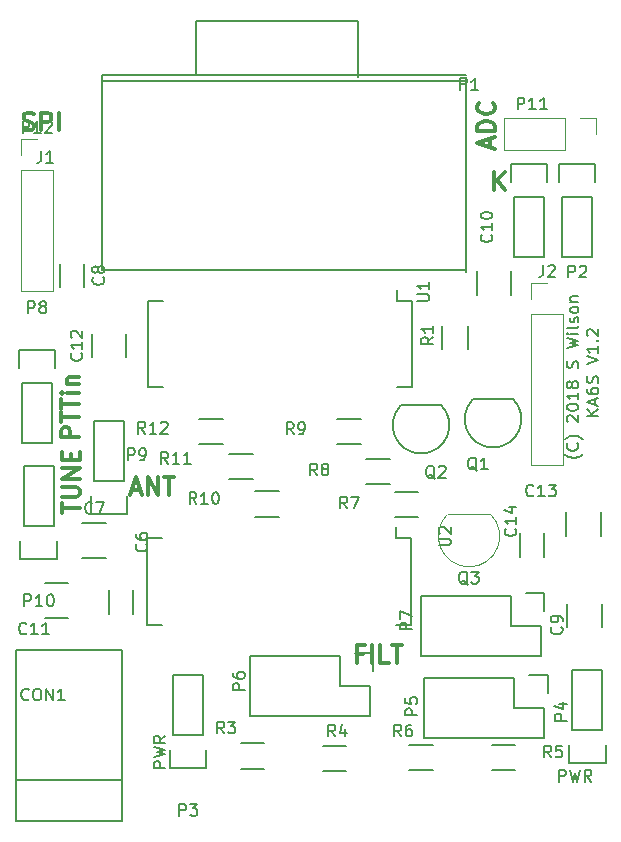
<source format=gto>
G04 #@! TF.GenerationSoftware,KiCad,Pcbnew,(2017-09-22 revision df472e6)-master*
G04 #@! TF.CreationDate,2018-05-20T18:50:23-07:00*
G04 #@! TF.ProjectId,ody_adap,6F64795F616461702E6B696361645F70,rev?*
G04 #@! TF.SameCoordinates,Original*
G04 #@! TF.FileFunction,Legend,Top*
G04 #@! TF.FilePolarity,Positive*
%FSLAX46Y46*%
G04 Gerber Fmt 4.6, Leading zero omitted, Abs format (unit mm)*
G04 Created by KiCad (PCBNEW (2017-09-22 revision df472e6)-master) date Sun May 20 18:50:23 2018*
%MOMM*%
%LPD*%
G01*
G04 APERTURE LIST*
%ADD10C,0.300000*%
%ADD11C,0.200000*%
%ADD12C,0.150000*%
%ADD13C,0.120000*%
G04 APERTURE END LIST*
D10*
X116485714Y-99450000D02*
X117200000Y-99450000D01*
X116342857Y-99878571D02*
X116842857Y-98378571D01*
X117342857Y-99878571D01*
X117842857Y-99878571D02*
X117842857Y-98378571D01*
X118700000Y-99878571D01*
X118700000Y-98378571D01*
X119200000Y-98378571D02*
X120057142Y-98378571D01*
X119628571Y-99878571D02*
X119628571Y-98378571D01*
D11*
X154669333Y-96463619D02*
X154621714Y-96511238D01*
X154478857Y-96606476D01*
X154383619Y-96654095D01*
X154240761Y-96701714D01*
X154002666Y-96749333D01*
X153812190Y-96749333D01*
X153574095Y-96701714D01*
X153431238Y-96654095D01*
X153336000Y-96606476D01*
X153193142Y-96511238D01*
X153145523Y-96463619D01*
X154193142Y-95511238D02*
X154240761Y-95558857D01*
X154288380Y-95701714D01*
X154288380Y-95796952D01*
X154240761Y-95939809D01*
X154145523Y-96035047D01*
X154050285Y-96082666D01*
X153859809Y-96130285D01*
X153716952Y-96130285D01*
X153526476Y-96082666D01*
X153431238Y-96035047D01*
X153336000Y-95939809D01*
X153288380Y-95796952D01*
X153288380Y-95701714D01*
X153336000Y-95558857D01*
X153383619Y-95511238D01*
X154669333Y-95177904D02*
X154621714Y-95130285D01*
X154478857Y-95035047D01*
X154383619Y-94987428D01*
X154240761Y-94939809D01*
X154002666Y-94892190D01*
X153812190Y-94892190D01*
X153574095Y-94939809D01*
X153431238Y-94987428D01*
X153336000Y-95035047D01*
X153193142Y-95130285D01*
X153145523Y-95177904D01*
X153383619Y-93701714D02*
X153336000Y-93654095D01*
X153288380Y-93558857D01*
X153288380Y-93320761D01*
X153336000Y-93225523D01*
X153383619Y-93177904D01*
X153478857Y-93130285D01*
X153574095Y-93130285D01*
X153716952Y-93177904D01*
X154288380Y-93749333D01*
X154288380Y-93130285D01*
X153288380Y-92511238D02*
X153288380Y-92416000D01*
X153336000Y-92320761D01*
X153383619Y-92273142D01*
X153478857Y-92225523D01*
X153669333Y-92177904D01*
X153907428Y-92177904D01*
X154097904Y-92225523D01*
X154193142Y-92273142D01*
X154240761Y-92320761D01*
X154288380Y-92416000D01*
X154288380Y-92511238D01*
X154240761Y-92606476D01*
X154193142Y-92654095D01*
X154097904Y-92701714D01*
X153907428Y-92749333D01*
X153669333Y-92749333D01*
X153478857Y-92701714D01*
X153383619Y-92654095D01*
X153336000Y-92606476D01*
X153288380Y-92511238D01*
X154288380Y-91225523D02*
X154288380Y-91796952D01*
X154288380Y-91511238D02*
X153288380Y-91511238D01*
X153431238Y-91606476D01*
X153526476Y-91701714D01*
X153574095Y-91796952D01*
X153716952Y-90654095D02*
X153669333Y-90749333D01*
X153621714Y-90796952D01*
X153526476Y-90844571D01*
X153478857Y-90844571D01*
X153383619Y-90796952D01*
X153336000Y-90749333D01*
X153288380Y-90654095D01*
X153288380Y-90463619D01*
X153336000Y-90368380D01*
X153383619Y-90320761D01*
X153478857Y-90273142D01*
X153526476Y-90273142D01*
X153621714Y-90320761D01*
X153669333Y-90368380D01*
X153716952Y-90463619D01*
X153716952Y-90654095D01*
X153764571Y-90749333D01*
X153812190Y-90796952D01*
X153907428Y-90844571D01*
X154097904Y-90844571D01*
X154193142Y-90796952D01*
X154240761Y-90749333D01*
X154288380Y-90654095D01*
X154288380Y-90463619D01*
X154240761Y-90368380D01*
X154193142Y-90320761D01*
X154097904Y-90273142D01*
X153907428Y-90273142D01*
X153812190Y-90320761D01*
X153764571Y-90368380D01*
X153716952Y-90463619D01*
X154240761Y-89130285D02*
X154288380Y-88987428D01*
X154288380Y-88749333D01*
X154240761Y-88654095D01*
X154193142Y-88606476D01*
X154097904Y-88558857D01*
X154002666Y-88558857D01*
X153907428Y-88606476D01*
X153859809Y-88654095D01*
X153812190Y-88749333D01*
X153764571Y-88939809D01*
X153716952Y-89035047D01*
X153669333Y-89082666D01*
X153574095Y-89130285D01*
X153478857Y-89130285D01*
X153383619Y-89082666D01*
X153336000Y-89035047D01*
X153288380Y-88939809D01*
X153288380Y-88701714D01*
X153336000Y-88558857D01*
X153288380Y-87463619D02*
X154288380Y-87225523D01*
X153574095Y-87035047D01*
X154288380Y-86844571D01*
X153288380Y-86606476D01*
X154288380Y-86225523D02*
X153621714Y-86225523D01*
X153288380Y-86225523D02*
X153336000Y-86273142D01*
X153383619Y-86225523D01*
X153336000Y-86177904D01*
X153288380Y-86225523D01*
X153383619Y-86225523D01*
X154288380Y-85606476D02*
X154240761Y-85701714D01*
X154145523Y-85749333D01*
X153288380Y-85749333D01*
X154240761Y-85273142D02*
X154288380Y-85177904D01*
X154288380Y-84987428D01*
X154240761Y-84892190D01*
X154145523Y-84844571D01*
X154097904Y-84844571D01*
X154002666Y-84892190D01*
X153955047Y-84987428D01*
X153955047Y-85130285D01*
X153907428Y-85225523D01*
X153812190Y-85273142D01*
X153764571Y-85273142D01*
X153669333Y-85225523D01*
X153621714Y-85130285D01*
X153621714Y-84987428D01*
X153669333Y-84892190D01*
X154288380Y-84273142D02*
X154240761Y-84368380D01*
X154193142Y-84416000D01*
X154097904Y-84463619D01*
X153812190Y-84463619D01*
X153716952Y-84416000D01*
X153669333Y-84368380D01*
X153621714Y-84273142D01*
X153621714Y-84130285D01*
X153669333Y-84035047D01*
X153716952Y-83987428D01*
X153812190Y-83939809D01*
X154097904Y-83939809D01*
X154193142Y-83987428D01*
X154240761Y-84035047D01*
X154288380Y-84130285D01*
X154288380Y-84273142D01*
X153621714Y-83511238D02*
X154288380Y-83511238D01*
X153716952Y-83511238D02*
X153669333Y-83463619D01*
X153621714Y-83368380D01*
X153621714Y-83225523D01*
X153669333Y-83130285D01*
X153764571Y-83082666D01*
X154288380Y-83082666D01*
X155988380Y-93177904D02*
X154988380Y-93177904D01*
X155988380Y-92606476D02*
X155416952Y-93035047D01*
X154988380Y-92606476D02*
X155559809Y-93177904D01*
X155702666Y-92225523D02*
X155702666Y-91749333D01*
X155988380Y-92320761D02*
X154988380Y-91987428D01*
X155988380Y-91654095D01*
X154988380Y-90892190D02*
X154988380Y-91082666D01*
X155036000Y-91177904D01*
X155083619Y-91225523D01*
X155226476Y-91320761D01*
X155416952Y-91368380D01*
X155797904Y-91368380D01*
X155893142Y-91320761D01*
X155940761Y-91273142D01*
X155988380Y-91177904D01*
X155988380Y-90987428D01*
X155940761Y-90892190D01*
X155893142Y-90844571D01*
X155797904Y-90796952D01*
X155559809Y-90796952D01*
X155464571Y-90844571D01*
X155416952Y-90892190D01*
X155369333Y-90987428D01*
X155369333Y-91177904D01*
X155416952Y-91273142D01*
X155464571Y-91320761D01*
X155559809Y-91368380D01*
X155940761Y-90416000D02*
X155988380Y-90273142D01*
X155988380Y-90035047D01*
X155940761Y-89939809D01*
X155893142Y-89892190D01*
X155797904Y-89844571D01*
X155702666Y-89844571D01*
X155607428Y-89892190D01*
X155559809Y-89939809D01*
X155512190Y-90035047D01*
X155464571Y-90225523D01*
X155416952Y-90320761D01*
X155369333Y-90368380D01*
X155274095Y-90416000D01*
X155178857Y-90416000D01*
X155083619Y-90368380D01*
X155036000Y-90320761D01*
X154988380Y-90225523D01*
X154988380Y-89987428D01*
X155036000Y-89844571D01*
X154988380Y-88796952D02*
X155988380Y-88463619D01*
X154988380Y-88130285D01*
X155988380Y-87273142D02*
X155988380Y-87844571D01*
X155988380Y-87558857D02*
X154988380Y-87558857D01*
X155131238Y-87654095D01*
X155226476Y-87749333D01*
X155274095Y-87844571D01*
X155893142Y-86844571D02*
X155940761Y-86796952D01*
X155988380Y-86844571D01*
X155940761Y-86892190D01*
X155893142Y-86844571D01*
X155988380Y-86844571D01*
X155083619Y-86416000D02*
X155036000Y-86368380D01*
X154988380Y-86273142D01*
X154988380Y-86035047D01*
X155036000Y-85939809D01*
X155083619Y-85892190D01*
X155178857Y-85844571D01*
X155274095Y-85844571D01*
X155416952Y-85892190D01*
X155988380Y-86463619D01*
X155988380Y-85844571D01*
D10*
X110578571Y-101428571D02*
X110578571Y-100571428D01*
X112078571Y-101000000D02*
X110578571Y-101000000D01*
X110578571Y-100071428D02*
X111792857Y-100071428D01*
X111935714Y-100000000D01*
X112007142Y-99928571D01*
X112078571Y-99785714D01*
X112078571Y-99500000D01*
X112007142Y-99357142D01*
X111935714Y-99285714D01*
X111792857Y-99214285D01*
X110578571Y-99214285D01*
X112078571Y-98500000D02*
X110578571Y-98500000D01*
X112078571Y-97642857D01*
X110578571Y-97642857D01*
X111292857Y-96928571D02*
X111292857Y-96428571D01*
X112078571Y-96214285D02*
X112078571Y-96928571D01*
X110578571Y-96928571D01*
X110578571Y-96214285D01*
X111978571Y-95021428D02*
X110478571Y-95021428D01*
X110478571Y-94450000D01*
X110550000Y-94307142D01*
X110621428Y-94235714D01*
X110764285Y-94164285D01*
X110978571Y-94164285D01*
X111121428Y-94235714D01*
X111192857Y-94307142D01*
X111264285Y-94450000D01*
X111264285Y-95021428D01*
X110478571Y-93735714D02*
X110478571Y-92878571D01*
X111978571Y-93307142D02*
X110478571Y-93307142D01*
X110478571Y-92592857D02*
X110478571Y-91735714D01*
X111978571Y-92164285D02*
X110478571Y-92164285D01*
X111978571Y-91235714D02*
X110978571Y-91235714D01*
X110478571Y-91235714D02*
X110550000Y-91307142D01*
X110621428Y-91235714D01*
X110550000Y-91164285D01*
X110478571Y-91235714D01*
X110621428Y-91235714D01*
X110978571Y-90521428D02*
X111978571Y-90521428D01*
X111121428Y-90521428D02*
X111050000Y-90450000D01*
X110978571Y-90307142D01*
X110978571Y-90092857D01*
X111050000Y-89950000D01*
X111192857Y-89878571D01*
X111978571Y-89878571D01*
X136028571Y-113342857D02*
X135528571Y-113342857D01*
X135528571Y-114128571D02*
X135528571Y-112628571D01*
X136242857Y-112628571D01*
X136814285Y-114128571D02*
X136814285Y-112628571D01*
X138242857Y-114128571D02*
X137528571Y-114128571D01*
X137528571Y-112628571D01*
X138528571Y-112628571D02*
X139385714Y-112628571D01*
X138957142Y-114128571D02*
X138957142Y-112628571D01*
X147181142Y-74084571D02*
X147181142Y-72584571D01*
X148038285Y-74084571D02*
X147395428Y-73227428D01*
X148038285Y-72584571D02*
X147181142Y-73441714D01*
X146808000Y-70437142D02*
X146808000Y-69722857D01*
X147236571Y-70580000D02*
X145736571Y-70080000D01*
X147236571Y-69580000D01*
X147236571Y-69080000D02*
X145736571Y-69080000D01*
X145736571Y-68722857D01*
X145808000Y-68508571D01*
X145950857Y-68365714D01*
X146093714Y-68294285D01*
X146379428Y-68222857D01*
X146593714Y-68222857D01*
X146879428Y-68294285D01*
X147022285Y-68365714D01*
X147165142Y-68508571D01*
X147236571Y-68722857D01*
X147236571Y-69080000D01*
X147093714Y-66722857D02*
X147165142Y-66794285D01*
X147236571Y-67008571D01*
X147236571Y-67151428D01*
X147165142Y-67365714D01*
X147022285Y-67508571D01*
X146879428Y-67580000D01*
X146593714Y-67651428D01*
X146379428Y-67651428D01*
X146093714Y-67580000D01*
X145950857Y-67508571D01*
X145808000Y-67365714D01*
X145736571Y-67151428D01*
X145736571Y-67008571D01*
X145808000Y-66794285D01*
X145879428Y-66722857D01*
D11*
X152666666Y-124152380D02*
X152666666Y-123152380D01*
X153047619Y-123152380D01*
X153142857Y-123200000D01*
X153190476Y-123247619D01*
X153238095Y-123342857D01*
X153238095Y-123485714D01*
X153190476Y-123580952D01*
X153142857Y-123628571D01*
X153047619Y-123676190D01*
X152666666Y-123676190D01*
X153571428Y-123152380D02*
X153809523Y-124152380D01*
X154000000Y-123438095D01*
X154190476Y-124152380D01*
X154428571Y-123152380D01*
X155380952Y-124152380D02*
X155047619Y-123676190D01*
X154809523Y-124152380D02*
X154809523Y-123152380D01*
X155190476Y-123152380D01*
X155285714Y-123200000D01*
X155333333Y-123247619D01*
X155380952Y-123342857D01*
X155380952Y-123485714D01*
X155333333Y-123580952D01*
X155285714Y-123628571D01*
X155190476Y-123676190D01*
X154809523Y-123676190D01*
X119324380Y-122999333D02*
X118324380Y-122999333D01*
X118324380Y-122618380D01*
X118372000Y-122523142D01*
X118419619Y-122475523D01*
X118514857Y-122427904D01*
X118657714Y-122427904D01*
X118752952Y-122475523D01*
X118800571Y-122523142D01*
X118848190Y-122618380D01*
X118848190Y-122999333D01*
X118324380Y-122094571D02*
X119324380Y-121856476D01*
X118610095Y-121666000D01*
X119324380Y-121475523D01*
X118324380Y-121237428D01*
X119324380Y-120285047D02*
X118848190Y-120618380D01*
X119324380Y-120856476D02*
X118324380Y-120856476D01*
X118324380Y-120475523D01*
X118372000Y-120380285D01*
X118419619Y-120332666D01*
X118514857Y-120285047D01*
X118657714Y-120285047D01*
X118752952Y-120332666D01*
X118800571Y-120380285D01*
X118848190Y-120475523D01*
X118848190Y-120856476D01*
D10*
X107314285Y-68957142D02*
X107528571Y-69028571D01*
X107885714Y-69028571D01*
X108028571Y-68957142D01*
X108100000Y-68885714D01*
X108171428Y-68742857D01*
X108171428Y-68600000D01*
X108100000Y-68457142D01*
X108028571Y-68385714D01*
X107885714Y-68314285D01*
X107600000Y-68242857D01*
X107457142Y-68171428D01*
X107385714Y-68100000D01*
X107314285Y-67957142D01*
X107314285Y-67814285D01*
X107385714Y-67671428D01*
X107457142Y-67600000D01*
X107600000Y-67528571D01*
X107957142Y-67528571D01*
X108171428Y-67600000D01*
X108814285Y-69028571D02*
X108814285Y-67528571D01*
X109385714Y-67528571D01*
X109528571Y-67600000D01*
X109600000Y-67671428D01*
X109671428Y-67814285D01*
X109671428Y-68028571D01*
X109600000Y-68171428D01*
X109528571Y-68242857D01*
X109385714Y-68314285D01*
X108814285Y-68314285D01*
X110314285Y-69028571D02*
X110314285Y-67528571D01*
D12*
X113987000Y-64365000D02*
X144797000Y-64365000D01*
X113987000Y-80875000D02*
X144797000Y-80875000D01*
X144782000Y-64475000D02*
X144782000Y-81015000D01*
X113942000Y-64355000D02*
X113942000Y-80735000D01*
X135622000Y-64245000D02*
X135622000Y-64475000D01*
X135622000Y-59775000D02*
X135622000Y-64245000D01*
X121932000Y-59775000D02*
X135622000Y-59775000D01*
X121932000Y-64245000D02*
X121932000Y-59775000D01*
X113942000Y-64865000D02*
X144732000Y-64865000D01*
X148950000Y-123175000D02*
X146950000Y-123175000D01*
X146950000Y-121025000D02*
X148950000Y-121025000D01*
X109100000Y-110325000D02*
X111100000Y-110325000D01*
X111100000Y-107375000D02*
X109100000Y-107375000D01*
X114300000Y-102275000D02*
X112300000Y-102275000D01*
X112300000Y-105225000D02*
X114300000Y-105225000D01*
X112425000Y-82300000D02*
X112425000Y-80300000D01*
X110375000Y-80300000D02*
X110375000Y-82300000D01*
X156275000Y-111100000D02*
X156275000Y-109100000D01*
X153325000Y-109100000D02*
X153325000Y-111100000D01*
X145675000Y-80950000D02*
X145675000Y-82950000D01*
X148625000Y-82950000D02*
X148625000Y-80950000D01*
X116575000Y-109950000D02*
X116575000Y-107950000D01*
X114525000Y-107950000D02*
X114525000Y-109950000D01*
X116025000Y-88250000D02*
X116025000Y-86250000D01*
X113075000Y-86250000D02*
X113075000Y-88250000D01*
X156175000Y-103350000D02*
X156175000Y-101350000D01*
X153225000Y-101350000D02*
X153225000Y-103350000D01*
X151375000Y-105150000D02*
X151375000Y-103150000D01*
X149325000Y-103150000D02*
X149325000Y-105150000D01*
X106649120Y-124000500D02*
X115650880Y-124000500D01*
X106649120Y-127500620D02*
X115650880Y-127500620D01*
X115650880Y-127500620D02*
X115650880Y-112999760D01*
X115650880Y-112999760D02*
X106649120Y-112999760D01*
X106649120Y-112999760D02*
X106649120Y-127500620D01*
X148564000Y-71856000D02*
X151664000Y-71856000D01*
X148564000Y-73406000D02*
X148564000Y-71856000D01*
X151384000Y-74676000D02*
X148844000Y-74676000D01*
X151664000Y-71856000D02*
X151664000Y-73406000D01*
X151384000Y-79756000D02*
X151384000Y-74676000D01*
X148844000Y-79756000D02*
X151384000Y-79756000D01*
X148844000Y-74676000D02*
X148844000Y-79756000D01*
X152908000Y-74676000D02*
X152908000Y-79756000D01*
X152908000Y-79756000D02*
X155448000Y-79756000D01*
X155448000Y-79756000D02*
X155448000Y-74676000D01*
X155728000Y-71856000D02*
X155728000Y-73406000D01*
X155448000Y-74676000D02*
X152908000Y-74676000D01*
X152628000Y-73406000D02*
X152628000Y-71856000D01*
X152628000Y-71856000D02*
X155728000Y-71856000D01*
X122520000Y-120230000D02*
X122520000Y-115150000D01*
X122520000Y-115150000D02*
X119980000Y-115150000D01*
X119980000Y-115150000D02*
X119980000Y-120230000D01*
X119700000Y-123050000D02*
X119700000Y-121500000D01*
X119980000Y-120230000D02*
X122520000Y-120230000D01*
X122800000Y-121500000D02*
X122800000Y-123050000D01*
X122800000Y-123050000D02*
X119700000Y-123050000D01*
X156600000Y-122600000D02*
X153500000Y-122600000D01*
X156600000Y-121050000D02*
X156600000Y-122600000D01*
X153780000Y-119780000D02*
X156320000Y-119780000D01*
X153500000Y-122600000D02*
X153500000Y-121050000D01*
X153780000Y-114700000D02*
X153780000Y-119780000D01*
X156320000Y-114700000D02*
X153780000Y-114700000D01*
X156320000Y-119780000D02*
X156320000Y-114700000D01*
X151700000Y-115100000D02*
X150150000Y-115100000D01*
X148880000Y-117920000D02*
X148880000Y-115380000D01*
X151420000Y-117920000D02*
X148880000Y-117920000D01*
X151700000Y-116650000D02*
X151700000Y-115100000D01*
X151420000Y-120460000D02*
X151420000Y-117920000D01*
X141260000Y-120460000D02*
X151420000Y-120460000D01*
X141260000Y-115380000D02*
X141260000Y-120460000D01*
X148880000Y-115380000D02*
X141260000Y-115380000D01*
X134112000Y-113538000D02*
X126492000Y-113538000D01*
X126492000Y-113538000D02*
X126492000Y-118618000D01*
X126492000Y-118618000D02*
X136652000Y-118618000D01*
X136652000Y-118618000D02*
X136652000Y-116078000D01*
X136932000Y-114808000D02*
X136932000Y-113258000D01*
X136652000Y-116078000D02*
X134112000Y-116078000D01*
X134112000Y-116078000D02*
X134112000Y-113538000D01*
X136932000Y-113258000D02*
X135382000Y-113258000D01*
X148590000Y-108458000D02*
X140970000Y-108458000D01*
X140970000Y-108458000D02*
X140970000Y-113538000D01*
X140970000Y-113538000D02*
X151130000Y-113538000D01*
X151130000Y-113538000D02*
X151130000Y-110998000D01*
X151410000Y-109728000D02*
X151410000Y-108178000D01*
X151130000Y-110998000D02*
X148590000Y-110998000D01*
X148590000Y-110998000D02*
X148590000Y-108458000D01*
X151410000Y-108178000D02*
X149860000Y-108178000D01*
X107180000Y-90420000D02*
X107180000Y-95500000D01*
X107180000Y-95500000D02*
X109720000Y-95500000D01*
X109720000Y-95500000D02*
X109720000Y-90420000D01*
X110000000Y-87600000D02*
X110000000Y-89150000D01*
X109720000Y-90420000D02*
X107180000Y-90420000D01*
X106900000Y-89150000D02*
X106900000Y-87600000D01*
X106900000Y-87600000D02*
X110000000Y-87600000D01*
X115820000Y-98680000D02*
X115820000Y-93600000D01*
X115820000Y-93600000D02*
X113280000Y-93600000D01*
X113280000Y-93600000D02*
X113280000Y-98680000D01*
X113000000Y-101500000D02*
X113000000Y-99950000D01*
X113280000Y-98680000D02*
X115820000Y-98680000D01*
X116100000Y-99950000D02*
X116100000Y-101500000D01*
X116100000Y-101500000D02*
X113000000Y-101500000D01*
X110150000Y-105300000D02*
X107050000Y-105300000D01*
X110150000Y-103750000D02*
X110150000Y-105300000D01*
X107330000Y-102480000D02*
X109870000Y-102480000D01*
X107050000Y-105300000D02*
X107050000Y-103750000D01*
X107330000Y-97400000D02*
X107330000Y-102480000D01*
X109870000Y-97400000D02*
X107330000Y-97400000D01*
X109870000Y-102480000D02*
X109870000Y-97400000D01*
X145368944Y-91774944D02*
G75*
G03X147066000Y-95872000I1697056J-1697056D01*
G01*
X148763056Y-91774944D02*
G75*
G02X147066000Y-95872000I-1697056J-1697056D01*
G01*
X148766000Y-91772000D02*
X145366000Y-91772000D01*
X142670000Y-92280000D02*
X139270000Y-92280000D01*
X142667056Y-92282944D02*
G75*
G02X140970000Y-96380000I-1697056J-1697056D01*
G01*
X139272944Y-92282944D02*
G75*
G03X140970000Y-96380000I1697056J-1697056D01*
G01*
X144925000Y-85550000D02*
X144925000Y-87550000D01*
X142775000Y-87550000D02*
X142775000Y-85550000D01*
X127700000Y-123075000D02*
X125700000Y-123075000D01*
X125700000Y-120925000D02*
X127700000Y-120925000D01*
X134650000Y-123275000D02*
X132650000Y-123275000D01*
X132650000Y-121125000D02*
X134650000Y-121125000D01*
X141950000Y-123175000D02*
X139950000Y-123175000D01*
X139950000Y-121025000D02*
X141950000Y-121025000D01*
X140750000Y-101775000D02*
X138750000Y-101775000D01*
X138750000Y-99625000D02*
X140750000Y-99625000D01*
X136350000Y-96825000D02*
X138350000Y-96825000D01*
X138350000Y-98975000D02*
X136350000Y-98975000D01*
X135850000Y-95575000D02*
X133850000Y-95575000D01*
X133850000Y-93425000D02*
X135850000Y-93425000D01*
X128950000Y-101725000D02*
X126950000Y-101725000D01*
X126950000Y-99575000D02*
X128950000Y-99575000D01*
X124700000Y-96425000D02*
X126700000Y-96425000D01*
X126700000Y-98575000D02*
X124700000Y-98575000D01*
X124200000Y-95575000D02*
X122200000Y-95575000D01*
X122200000Y-93425000D02*
X124200000Y-93425000D01*
X140195000Y-83435000D02*
X138925000Y-83435000D01*
X140195000Y-90785000D02*
X138925000Y-90785000D01*
X117825000Y-90785000D02*
X119095000Y-90785000D01*
X117825000Y-83435000D02*
X119095000Y-83435000D01*
X140195000Y-83435000D02*
X140195000Y-90785000D01*
X117825000Y-83435000D02*
X117825000Y-90785000D01*
X138925000Y-83435000D02*
X138925000Y-82500000D01*
X138825000Y-103535000D02*
X138825000Y-102600000D01*
X117725000Y-103535000D02*
X117725000Y-110885000D01*
X140095000Y-103535000D02*
X140095000Y-110885000D01*
X117725000Y-103535000D02*
X118995000Y-103535000D01*
X117725000Y-110885000D02*
X118995000Y-110885000D01*
X140095000Y-110885000D02*
X138825000Y-110885000D01*
X140095000Y-103535000D02*
X138825000Y-103535000D01*
D13*
X146834000Y-101528000D02*
X143234000Y-101528000D01*
X146872478Y-101539522D02*
G75*
G02X145034000Y-105978000I-1838478J-1838478D01*
G01*
X143195522Y-101539522D02*
G75*
G03X145034000Y-105978000I1838478J-1838478D01*
G01*
X150308000Y-97342000D02*
X152968000Y-97342000D01*
X150308000Y-84582000D02*
X150308000Y-97342000D01*
X152968000Y-84582000D02*
X152968000Y-97342000D01*
X150308000Y-84582000D02*
X152968000Y-84582000D01*
X150308000Y-83312000D02*
X150308000Y-81982000D01*
X150308000Y-81982000D02*
X151638000Y-81982000D01*
X148022000Y-68012000D02*
X148022000Y-70672000D01*
X153162000Y-68012000D02*
X148022000Y-68012000D01*
X153162000Y-70672000D02*
X148022000Y-70672000D01*
X153162000Y-68012000D02*
X153162000Y-70672000D01*
X154432000Y-68012000D02*
X155762000Y-68012000D01*
X155762000Y-68012000D02*
X155762000Y-69342000D01*
X107128000Y-82610000D02*
X109788000Y-82610000D01*
X107128000Y-72390000D02*
X107128000Y-82610000D01*
X109788000Y-72390000D02*
X109788000Y-82610000D01*
X107128000Y-72390000D02*
X109788000Y-72390000D01*
X107128000Y-71120000D02*
X107128000Y-69790000D01*
X107128000Y-69790000D02*
X108458000Y-69790000D01*
D12*
X108798666Y-70747380D02*
X108798666Y-71461666D01*
X108751047Y-71604523D01*
X108655809Y-71699761D01*
X108512952Y-71747380D01*
X108417714Y-71747380D01*
X109798666Y-71747380D02*
X109227238Y-71747380D01*
X109512952Y-71747380D02*
X109512952Y-70747380D01*
X109417714Y-70890238D01*
X109322476Y-70985476D01*
X109227238Y-71033095D01*
X151979333Y-122118380D02*
X151646000Y-121642190D01*
X151407904Y-122118380D02*
X151407904Y-121118380D01*
X151788857Y-121118380D01*
X151884095Y-121166000D01*
X151931714Y-121213619D01*
X151979333Y-121308857D01*
X151979333Y-121451714D01*
X151931714Y-121546952D01*
X151884095Y-121594571D01*
X151788857Y-121642190D01*
X151407904Y-121642190D01*
X152884095Y-121118380D02*
X152407904Y-121118380D01*
X152360285Y-121594571D01*
X152407904Y-121546952D01*
X152503142Y-121499333D01*
X152741238Y-121499333D01*
X152836476Y-121546952D01*
X152884095Y-121594571D01*
X152931714Y-121689809D01*
X152931714Y-121927904D01*
X152884095Y-122023142D01*
X152836476Y-122070761D01*
X152741238Y-122118380D01*
X152503142Y-122118380D01*
X152407904Y-122070761D01*
X152360285Y-122023142D01*
X117705142Y-104052666D02*
X117752761Y-104100285D01*
X117800380Y-104243142D01*
X117800380Y-104338380D01*
X117752761Y-104481238D01*
X117657523Y-104576476D01*
X117562285Y-104624095D01*
X117371809Y-104671714D01*
X117228952Y-104671714D01*
X117038476Y-104624095D01*
X116943238Y-104576476D01*
X116848000Y-104481238D01*
X116800380Y-104338380D01*
X116800380Y-104243142D01*
X116848000Y-104100285D01*
X116895619Y-104052666D01*
X116800380Y-103195523D02*
X116800380Y-103386000D01*
X116848000Y-103481238D01*
X116895619Y-103528857D01*
X117038476Y-103624095D01*
X117228952Y-103671714D01*
X117609904Y-103671714D01*
X117705142Y-103624095D01*
X117752761Y-103576476D01*
X117800380Y-103481238D01*
X117800380Y-103290761D01*
X117752761Y-103195523D01*
X117705142Y-103147904D01*
X117609904Y-103100285D01*
X117371809Y-103100285D01*
X117276571Y-103147904D01*
X117228952Y-103195523D01*
X117181333Y-103290761D01*
X117181333Y-103481238D01*
X117228952Y-103576476D01*
X117276571Y-103624095D01*
X117371809Y-103671714D01*
X113133333Y-101407142D02*
X113085714Y-101454761D01*
X112942857Y-101502380D01*
X112847619Y-101502380D01*
X112704761Y-101454761D01*
X112609523Y-101359523D01*
X112561904Y-101264285D01*
X112514285Y-101073809D01*
X112514285Y-100930952D01*
X112561904Y-100740476D01*
X112609523Y-100645238D01*
X112704761Y-100550000D01*
X112847619Y-100502380D01*
X112942857Y-100502380D01*
X113085714Y-100550000D01*
X113133333Y-100597619D01*
X113466666Y-100502380D02*
X114133333Y-100502380D01*
X113704761Y-101502380D01*
X114057142Y-81466666D02*
X114104761Y-81514285D01*
X114152380Y-81657142D01*
X114152380Y-81752380D01*
X114104761Y-81895238D01*
X114009523Y-81990476D01*
X113914285Y-82038095D01*
X113723809Y-82085714D01*
X113580952Y-82085714D01*
X113390476Y-82038095D01*
X113295238Y-81990476D01*
X113200000Y-81895238D01*
X113152380Y-81752380D01*
X113152380Y-81657142D01*
X113200000Y-81514285D01*
X113247619Y-81466666D01*
X113580952Y-80895238D02*
X113533333Y-80990476D01*
X113485714Y-81038095D01*
X113390476Y-81085714D01*
X113342857Y-81085714D01*
X113247619Y-81038095D01*
X113200000Y-80990476D01*
X113152380Y-80895238D01*
X113152380Y-80704761D01*
X113200000Y-80609523D01*
X113247619Y-80561904D01*
X113342857Y-80514285D01*
X113390476Y-80514285D01*
X113485714Y-80561904D01*
X113533333Y-80609523D01*
X113580952Y-80704761D01*
X113580952Y-80895238D01*
X113628571Y-80990476D01*
X113676190Y-81038095D01*
X113771428Y-81085714D01*
X113961904Y-81085714D01*
X114057142Y-81038095D01*
X114104761Y-80990476D01*
X114152380Y-80895238D01*
X114152380Y-80704761D01*
X114104761Y-80609523D01*
X114057142Y-80561904D01*
X113961904Y-80514285D01*
X113771428Y-80514285D01*
X113676190Y-80561904D01*
X113628571Y-80609523D01*
X113580952Y-80704761D01*
X152857142Y-111066666D02*
X152904761Y-111114285D01*
X152952380Y-111257142D01*
X152952380Y-111352380D01*
X152904761Y-111495238D01*
X152809523Y-111590476D01*
X152714285Y-111638095D01*
X152523809Y-111685714D01*
X152380952Y-111685714D01*
X152190476Y-111638095D01*
X152095238Y-111590476D01*
X152000000Y-111495238D01*
X151952380Y-111352380D01*
X151952380Y-111257142D01*
X152000000Y-111114285D01*
X152047619Y-111066666D01*
X152952380Y-110590476D02*
X152952380Y-110400000D01*
X152904761Y-110304761D01*
X152857142Y-110257142D01*
X152714285Y-110161904D01*
X152523809Y-110114285D01*
X152142857Y-110114285D01*
X152047619Y-110161904D01*
X152000000Y-110209523D01*
X151952380Y-110304761D01*
X151952380Y-110495238D01*
X152000000Y-110590476D01*
X152047619Y-110638095D01*
X152142857Y-110685714D01*
X152380952Y-110685714D01*
X152476190Y-110638095D01*
X152523809Y-110590476D01*
X152571428Y-110495238D01*
X152571428Y-110304761D01*
X152523809Y-110209523D01*
X152476190Y-110161904D01*
X152380952Y-110114285D01*
X146915142Y-77858857D02*
X146962761Y-77906476D01*
X147010380Y-78049333D01*
X147010380Y-78144571D01*
X146962761Y-78287428D01*
X146867523Y-78382666D01*
X146772285Y-78430285D01*
X146581809Y-78477904D01*
X146438952Y-78477904D01*
X146248476Y-78430285D01*
X146153238Y-78382666D01*
X146058000Y-78287428D01*
X146010380Y-78144571D01*
X146010380Y-78049333D01*
X146058000Y-77906476D01*
X146105619Y-77858857D01*
X147010380Y-76906476D02*
X147010380Y-77477904D01*
X147010380Y-77192190D02*
X146010380Y-77192190D01*
X146153238Y-77287428D01*
X146248476Y-77382666D01*
X146296095Y-77477904D01*
X146010380Y-76287428D02*
X146010380Y-76192190D01*
X146058000Y-76096952D01*
X146105619Y-76049333D01*
X146200857Y-76001714D01*
X146391333Y-75954095D01*
X146629428Y-75954095D01*
X146819904Y-76001714D01*
X146915142Y-76049333D01*
X146962761Y-76096952D01*
X147010380Y-76192190D01*
X147010380Y-76287428D01*
X146962761Y-76382666D01*
X146915142Y-76430285D01*
X146819904Y-76477904D01*
X146629428Y-76525523D01*
X146391333Y-76525523D01*
X146200857Y-76477904D01*
X146105619Y-76430285D01*
X146058000Y-76382666D01*
X146010380Y-76287428D01*
X107561142Y-111609142D02*
X107513523Y-111656761D01*
X107370666Y-111704380D01*
X107275428Y-111704380D01*
X107132571Y-111656761D01*
X107037333Y-111561523D01*
X106989714Y-111466285D01*
X106942095Y-111275809D01*
X106942095Y-111132952D01*
X106989714Y-110942476D01*
X107037333Y-110847238D01*
X107132571Y-110752000D01*
X107275428Y-110704380D01*
X107370666Y-110704380D01*
X107513523Y-110752000D01*
X107561142Y-110799619D01*
X108513523Y-111704380D02*
X107942095Y-111704380D01*
X108227809Y-111704380D02*
X108227809Y-110704380D01*
X108132571Y-110847238D01*
X108037333Y-110942476D01*
X107942095Y-110990095D01*
X109465904Y-111704380D02*
X108894476Y-111704380D01*
X109180190Y-111704380D02*
X109180190Y-110704380D01*
X109084952Y-110847238D01*
X108989714Y-110942476D01*
X108894476Y-110990095D01*
X112207142Y-87892857D02*
X112254761Y-87940476D01*
X112302380Y-88083333D01*
X112302380Y-88178571D01*
X112254761Y-88321428D01*
X112159523Y-88416666D01*
X112064285Y-88464285D01*
X111873809Y-88511904D01*
X111730952Y-88511904D01*
X111540476Y-88464285D01*
X111445238Y-88416666D01*
X111350000Y-88321428D01*
X111302380Y-88178571D01*
X111302380Y-88083333D01*
X111350000Y-87940476D01*
X111397619Y-87892857D01*
X112302380Y-86940476D02*
X112302380Y-87511904D01*
X112302380Y-87226190D02*
X111302380Y-87226190D01*
X111445238Y-87321428D01*
X111540476Y-87416666D01*
X111588095Y-87511904D01*
X111397619Y-86559523D02*
X111350000Y-86511904D01*
X111302380Y-86416666D01*
X111302380Y-86178571D01*
X111350000Y-86083333D01*
X111397619Y-86035714D01*
X111492857Y-85988095D01*
X111588095Y-85988095D01*
X111730952Y-86035714D01*
X112302380Y-86607142D01*
X112302380Y-85988095D01*
X150487142Y-99925142D02*
X150439523Y-99972761D01*
X150296666Y-100020380D01*
X150201428Y-100020380D01*
X150058571Y-99972761D01*
X149963333Y-99877523D01*
X149915714Y-99782285D01*
X149868095Y-99591809D01*
X149868095Y-99448952D01*
X149915714Y-99258476D01*
X149963333Y-99163238D01*
X150058571Y-99068000D01*
X150201428Y-99020380D01*
X150296666Y-99020380D01*
X150439523Y-99068000D01*
X150487142Y-99115619D01*
X151439523Y-100020380D02*
X150868095Y-100020380D01*
X151153809Y-100020380D02*
X151153809Y-99020380D01*
X151058571Y-99163238D01*
X150963333Y-99258476D01*
X150868095Y-99306095D01*
X151772857Y-99020380D02*
X152391904Y-99020380D01*
X152058571Y-99401333D01*
X152201428Y-99401333D01*
X152296666Y-99448952D01*
X152344285Y-99496571D01*
X152391904Y-99591809D01*
X152391904Y-99829904D01*
X152344285Y-99925142D01*
X152296666Y-99972761D01*
X152201428Y-100020380D01*
X151915714Y-100020380D01*
X151820476Y-99972761D01*
X151772857Y-99925142D01*
X148947142Y-102750857D02*
X148994761Y-102798476D01*
X149042380Y-102941333D01*
X149042380Y-103036571D01*
X148994761Y-103179428D01*
X148899523Y-103274666D01*
X148804285Y-103322285D01*
X148613809Y-103369904D01*
X148470952Y-103369904D01*
X148280476Y-103322285D01*
X148185238Y-103274666D01*
X148090000Y-103179428D01*
X148042380Y-103036571D01*
X148042380Y-102941333D01*
X148090000Y-102798476D01*
X148137619Y-102750857D01*
X149042380Y-101798476D02*
X149042380Y-102369904D01*
X149042380Y-102084190D02*
X148042380Y-102084190D01*
X148185238Y-102179428D01*
X148280476Y-102274666D01*
X148328095Y-102369904D01*
X148375714Y-100941333D02*
X149042380Y-100941333D01*
X147994761Y-101179428D02*
X148709047Y-101417523D01*
X148709047Y-100798476D01*
X107751714Y-117197142D02*
X107704095Y-117244761D01*
X107561238Y-117292380D01*
X107466000Y-117292380D01*
X107323142Y-117244761D01*
X107227904Y-117149523D01*
X107180285Y-117054285D01*
X107132666Y-116863809D01*
X107132666Y-116720952D01*
X107180285Y-116530476D01*
X107227904Y-116435238D01*
X107323142Y-116340000D01*
X107466000Y-116292380D01*
X107561238Y-116292380D01*
X107704095Y-116340000D01*
X107751714Y-116387619D01*
X108370761Y-116292380D02*
X108561238Y-116292380D01*
X108656476Y-116340000D01*
X108751714Y-116435238D01*
X108799333Y-116625714D01*
X108799333Y-116959047D01*
X108751714Y-117149523D01*
X108656476Y-117244761D01*
X108561238Y-117292380D01*
X108370761Y-117292380D01*
X108275523Y-117244761D01*
X108180285Y-117149523D01*
X108132666Y-116959047D01*
X108132666Y-116625714D01*
X108180285Y-116435238D01*
X108275523Y-116340000D01*
X108370761Y-116292380D01*
X109227904Y-117292380D02*
X109227904Y-116292380D01*
X109799333Y-117292380D01*
X109799333Y-116292380D01*
X110799333Y-117292380D02*
X110227904Y-117292380D01*
X110513619Y-117292380D02*
X110513619Y-116292380D01*
X110418380Y-116435238D01*
X110323142Y-116530476D01*
X110227904Y-116578095D01*
X144275904Y-65608380D02*
X144275904Y-64608380D01*
X144656857Y-64608380D01*
X144752095Y-64656000D01*
X144799714Y-64703619D01*
X144847333Y-64798857D01*
X144847333Y-64941714D01*
X144799714Y-65036952D01*
X144752095Y-65084571D01*
X144656857Y-65132190D01*
X144275904Y-65132190D01*
X145799714Y-65608380D02*
X145228285Y-65608380D01*
X145514000Y-65608380D02*
X145514000Y-64608380D01*
X145418761Y-64751238D01*
X145323523Y-64846476D01*
X145228285Y-64894095D01*
X153439904Y-81478380D02*
X153439904Y-80478380D01*
X153820857Y-80478380D01*
X153916095Y-80526000D01*
X153963714Y-80573619D01*
X154011333Y-80668857D01*
X154011333Y-80811714D01*
X153963714Y-80906952D01*
X153916095Y-80954571D01*
X153820857Y-81002190D01*
X153439904Y-81002190D01*
X154392285Y-80573619D02*
X154439904Y-80526000D01*
X154535142Y-80478380D01*
X154773238Y-80478380D01*
X154868476Y-80526000D01*
X154916095Y-80573619D01*
X154963714Y-80668857D01*
X154963714Y-80764095D01*
X154916095Y-80906952D01*
X154344666Y-81478380D01*
X154963714Y-81478380D01*
X120511904Y-127052380D02*
X120511904Y-126052380D01*
X120892857Y-126052380D01*
X120988095Y-126100000D01*
X121035714Y-126147619D01*
X121083333Y-126242857D01*
X121083333Y-126385714D01*
X121035714Y-126480952D01*
X120988095Y-126528571D01*
X120892857Y-126576190D01*
X120511904Y-126576190D01*
X121416666Y-126052380D02*
X122035714Y-126052380D01*
X121702380Y-126433333D01*
X121845238Y-126433333D01*
X121940476Y-126480952D01*
X121988095Y-126528571D01*
X122035714Y-126623809D01*
X122035714Y-126861904D01*
X121988095Y-126957142D01*
X121940476Y-127004761D01*
X121845238Y-127052380D01*
X121559523Y-127052380D01*
X121464285Y-127004761D01*
X121416666Y-126957142D01*
X153302380Y-118988095D02*
X152302380Y-118988095D01*
X152302380Y-118607142D01*
X152350000Y-118511904D01*
X152397619Y-118464285D01*
X152492857Y-118416666D01*
X152635714Y-118416666D01*
X152730952Y-118464285D01*
X152778571Y-118511904D01*
X152826190Y-118607142D01*
X152826190Y-118988095D01*
X152635714Y-117559523D02*
X153302380Y-117559523D01*
X152254761Y-117797619D02*
X152969047Y-118035714D01*
X152969047Y-117416666D01*
X140652380Y-118538095D02*
X139652380Y-118538095D01*
X139652380Y-118157142D01*
X139700000Y-118061904D01*
X139747619Y-118014285D01*
X139842857Y-117966666D01*
X139985714Y-117966666D01*
X140080952Y-118014285D01*
X140128571Y-118061904D01*
X140176190Y-118157142D01*
X140176190Y-118538095D01*
X139652380Y-117061904D02*
X139652380Y-117538095D01*
X140128571Y-117585714D01*
X140080952Y-117538095D01*
X140033333Y-117442857D01*
X140033333Y-117204761D01*
X140080952Y-117109523D01*
X140128571Y-117061904D01*
X140223809Y-117014285D01*
X140461904Y-117014285D01*
X140557142Y-117061904D01*
X140604761Y-117109523D01*
X140652380Y-117204761D01*
X140652380Y-117442857D01*
X140604761Y-117538095D01*
X140557142Y-117585714D01*
X126034380Y-116396095D02*
X125034380Y-116396095D01*
X125034380Y-116015142D01*
X125082000Y-115919904D01*
X125129619Y-115872285D01*
X125224857Y-115824666D01*
X125367714Y-115824666D01*
X125462952Y-115872285D01*
X125510571Y-115919904D01*
X125558190Y-116015142D01*
X125558190Y-116396095D01*
X125034380Y-114967523D02*
X125034380Y-115158000D01*
X125082000Y-115253238D01*
X125129619Y-115300857D01*
X125272476Y-115396095D01*
X125462952Y-115443714D01*
X125843904Y-115443714D01*
X125939142Y-115396095D01*
X125986761Y-115348476D01*
X126034380Y-115253238D01*
X126034380Y-115062761D01*
X125986761Y-114967523D01*
X125939142Y-114919904D01*
X125843904Y-114872285D01*
X125605809Y-114872285D01*
X125510571Y-114919904D01*
X125462952Y-114967523D01*
X125415333Y-115062761D01*
X125415333Y-115253238D01*
X125462952Y-115348476D01*
X125510571Y-115396095D01*
X125605809Y-115443714D01*
X140212380Y-111266095D02*
X139212380Y-111266095D01*
X139212380Y-110885142D01*
X139260000Y-110789904D01*
X139307619Y-110742285D01*
X139402857Y-110694666D01*
X139545714Y-110694666D01*
X139640952Y-110742285D01*
X139688571Y-110789904D01*
X139736190Y-110885142D01*
X139736190Y-111266095D01*
X139212380Y-110361333D02*
X139212380Y-109694666D01*
X140212380Y-110123238D01*
X107711904Y-84502380D02*
X107711904Y-83502380D01*
X108092857Y-83502380D01*
X108188095Y-83550000D01*
X108235714Y-83597619D01*
X108283333Y-83692857D01*
X108283333Y-83835714D01*
X108235714Y-83930952D01*
X108188095Y-83978571D01*
X108092857Y-84026190D01*
X107711904Y-84026190D01*
X108854761Y-83930952D02*
X108759523Y-83883333D01*
X108711904Y-83835714D01*
X108664285Y-83740476D01*
X108664285Y-83692857D01*
X108711904Y-83597619D01*
X108759523Y-83550000D01*
X108854761Y-83502380D01*
X109045238Y-83502380D01*
X109140476Y-83550000D01*
X109188095Y-83597619D01*
X109235714Y-83692857D01*
X109235714Y-83740476D01*
X109188095Y-83835714D01*
X109140476Y-83883333D01*
X109045238Y-83930952D01*
X108854761Y-83930952D01*
X108759523Y-83978571D01*
X108711904Y-84026190D01*
X108664285Y-84121428D01*
X108664285Y-84311904D01*
X108711904Y-84407142D01*
X108759523Y-84454761D01*
X108854761Y-84502380D01*
X109045238Y-84502380D01*
X109140476Y-84454761D01*
X109188095Y-84407142D01*
X109235714Y-84311904D01*
X109235714Y-84121428D01*
X109188095Y-84026190D01*
X109140476Y-83978571D01*
X109045238Y-83930952D01*
X116161904Y-96952380D02*
X116161904Y-95952380D01*
X116542857Y-95952380D01*
X116638095Y-96000000D01*
X116685714Y-96047619D01*
X116733333Y-96142857D01*
X116733333Y-96285714D01*
X116685714Y-96380952D01*
X116638095Y-96428571D01*
X116542857Y-96476190D01*
X116161904Y-96476190D01*
X117209523Y-96952380D02*
X117400000Y-96952380D01*
X117495238Y-96904761D01*
X117542857Y-96857142D01*
X117638095Y-96714285D01*
X117685714Y-96523809D01*
X117685714Y-96142857D01*
X117638095Y-96047619D01*
X117590476Y-96000000D01*
X117495238Y-95952380D01*
X117304761Y-95952380D01*
X117209523Y-96000000D01*
X117161904Y-96047619D01*
X117114285Y-96142857D01*
X117114285Y-96380952D01*
X117161904Y-96476190D01*
X117209523Y-96523809D01*
X117304761Y-96571428D01*
X117495238Y-96571428D01*
X117590476Y-96523809D01*
X117638095Y-96476190D01*
X117685714Y-96380952D01*
X107385714Y-109302380D02*
X107385714Y-108302380D01*
X107766666Y-108302380D01*
X107861904Y-108350000D01*
X107909523Y-108397619D01*
X107957142Y-108492857D01*
X107957142Y-108635714D01*
X107909523Y-108730952D01*
X107861904Y-108778571D01*
X107766666Y-108826190D01*
X107385714Y-108826190D01*
X108909523Y-109302380D02*
X108338095Y-109302380D01*
X108623809Y-109302380D02*
X108623809Y-108302380D01*
X108528571Y-108445238D01*
X108433333Y-108540476D01*
X108338095Y-108588095D01*
X109528571Y-108302380D02*
X109623809Y-108302380D01*
X109719047Y-108350000D01*
X109766666Y-108397619D01*
X109814285Y-108492857D01*
X109861904Y-108683333D01*
X109861904Y-108921428D01*
X109814285Y-109111904D01*
X109766666Y-109207142D01*
X109719047Y-109254761D01*
X109623809Y-109302380D01*
X109528571Y-109302380D01*
X109433333Y-109254761D01*
X109385714Y-109207142D01*
X109338095Y-109111904D01*
X109290476Y-108921428D01*
X109290476Y-108683333D01*
X109338095Y-108492857D01*
X109385714Y-108397619D01*
X109433333Y-108350000D01*
X109528571Y-108302380D01*
X145700761Y-97829619D02*
X145605523Y-97782000D01*
X145510285Y-97686761D01*
X145367428Y-97543904D01*
X145272190Y-97496285D01*
X145176952Y-97496285D01*
X145224571Y-97734380D02*
X145129333Y-97686761D01*
X145034095Y-97591523D01*
X144986476Y-97401047D01*
X144986476Y-97067714D01*
X145034095Y-96877238D01*
X145129333Y-96782000D01*
X145224571Y-96734380D01*
X145415047Y-96734380D01*
X145510285Y-96782000D01*
X145605523Y-96877238D01*
X145653142Y-97067714D01*
X145653142Y-97401047D01*
X145605523Y-97591523D01*
X145510285Y-97686761D01*
X145415047Y-97734380D01*
X145224571Y-97734380D01*
X146605523Y-97734380D02*
X146034095Y-97734380D01*
X146319809Y-97734380D02*
X146319809Y-96734380D01*
X146224571Y-96877238D01*
X146129333Y-96972476D01*
X146034095Y-97020095D01*
X142144761Y-98527619D02*
X142049523Y-98480000D01*
X141954285Y-98384761D01*
X141811428Y-98241904D01*
X141716190Y-98194285D01*
X141620952Y-98194285D01*
X141668571Y-98432380D02*
X141573333Y-98384761D01*
X141478095Y-98289523D01*
X141430476Y-98099047D01*
X141430476Y-97765714D01*
X141478095Y-97575238D01*
X141573333Y-97480000D01*
X141668571Y-97432380D01*
X141859047Y-97432380D01*
X141954285Y-97480000D01*
X142049523Y-97575238D01*
X142097142Y-97765714D01*
X142097142Y-98099047D01*
X142049523Y-98289523D01*
X141954285Y-98384761D01*
X141859047Y-98432380D01*
X141668571Y-98432380D01*
X142478095Y-97527619D02*
X142525714Y-97480000D01*
X142620952Y-97432380D01*
X142859047Y-97432380D01*
X142954285Y-97480000D01*
X143001904Y-97527619D01*
X143049523Y-97622857D01*
X143049523Y-97718095D01*
X143001904Y-97860952D01*
X142430476Y-98432380D01*
X143049523Y-98432380D01*
X142002380Y-86516666D02*
X141526190Y-86850000D01*
X142002380Y-87088095D02*
X141002380Y-87088095D01*
X141002380Y-86707142D01*
X141050000Y-86611904D01*
X141097619Y-86564285D01*
X141192857Y-86516666D01*
X141335714Y-86516666D01*
X141430952Y-86564285D01*
X141478571Y-86611904D01*
X141526190Y-86707142D01*
X141526190Y-87088095D01*
X142002380Y-85564285D02*
X142002380Y-86135714D01*
X142002380Y-85850000D02*
X141002380Y-85850000D01*
X141145238Y-85945238D01*
X141240476Y-86040476D01*
X141288095Y-86135714D01*
X124293333Y-120086380D02*
X123960000Y-119610190D01*
X123721904Y-120086380D02*
X123721904Y-119086380D01*
X124102857Y-119086380D01*
X124198095Y-119134000D01*
X124245714Y-119181619D01*
X124293333Y-119276857D01*
X124293333Y-119419714D01*
X124245714Y-119514952D01*
X124198095Y-119562571D01*
X124102857Y-119610190D01*
X123721904Y-119610190D01*
X124626666Y-119086380D02*
X125245714Y-119086380D01*
X124912380Y-119467333D01*
X125055238Y-119467333D01*
X125150476Y-119514952D01*
X125198095Y-119562571D01*
X125245714Y-119657809D01*
X125245714Y-119895904D01*
X125198095Y-119991142D01*
X125150476Y-120038761D01*
X125055238Y-120086380D01*
X124769523Y-120086380D01*
X124674285Y-120038761D01*
X124626666Y-119991142D01*
X133691333Y-120340380D02*
X133358000Y-119864190D01*
X133119904Y-120340380D02*
X133119904Y-119340380D01*
X133500857Y-119340380D01*
X133596095Y-119388000D01*
X133643714Y-119435619D01*
X133691333Y-119530857D01*
X133691333Y-119673714D01*
X133643714Y-119768952D01*
X133596095Y-119816571D01*
X133500857Y-119864190D01*
X133119904Y-119864190D01*
X134548476Y-119673714D02*
X134548476Y-120340380D01*
X134310380Y-119292761D02*
X134072285Y-120007047D01*
X134691333Y-120007047D01*
X139279333Y-120340380D02*
X138946000Y-119864190D01*
X138707904Y-120340380D02*
X138707904Y-119340380D01*
X139088857Y-119340380D01*
X139184095Y-119388000D01*
X139231714Y-119435619D01*
X139279333Y-119530857D01*
X139279333Y-119673714D01*
X139231714Y-119768952D01*
X139184095Y-119816571D01*
X139088857Y-119864190D01*
X138707904Y-119864190D01*
X140136476Y-119340380D02*
X139946000Y-119340380D01*
X139850761Y-119388000D01*
X139803142Y-119435619D01*
X139707904Y-119578476D01*
X139660285Y-119768952D01*
X139660285Y-120149904D01*
X139707904Y-120245142D01*
X139755523Y-120292761D01*
X139850761Y-120340380D01*
X140041238Y-120340380D01*
X140136476Y-120292761D01*
X140184095Y-120245142D01*
X140231714Y-120149904D01*
X140231714Y-119911809D01*
X140184095Y-119816571D01*
X140136476Y-119768952D01*
X140041238Y-119721333D01*
X139850761Y-119721333D01*
X139755523Y-119768952D01*
X139707904Y-119816571D01*
X139660285Y-119911809D01*
X134707333Y-101036380D02*
X134374000Y-100560190D01*
X134135904Y-101036380D02*
X134135904Y-100036380D01*
X134516857Y-100036380D01*
X134612095Y-100084000D01*
X134659714Y-100131619D01*
X134707333Y-100226857D01*
X134707333Y-100369714D01*
X134659714Y-100464952D01*
X134612095Y-100512571D01*
X134516857Y-100560190D01*
X134135904Y-100560190D01*
X135040666Y-100036380D02*
X135707333Y-100036380D01*
X135278761Y-101036380D01*
X132167333Y-98242380D02*
X131834000Y-97766190D01*
X131595904Y-98242380D02*
X131595904Y-97242380D01*
X131976857Y-97242380D01*
X132072095Y-97290000D01*
X132119714Y-97337619D01*
X132167333Y-97432857D01*
X132167333Y-97575714D01*
X132119714Y-97670952D01*
X132072095Y-97718571D01*
X131976857Y-97766190D01*
X131595904Y-97766190D01*
X132738761Y-97670952D02*
X132643523Y-97623333D01*
X132595904Y-97575714D01*
X132548285Y-97480476D01*
X132548285Y-97432857D01*
X132595904Y-97337619D01*
X132643523Y-97290000D01*
X132738761Y-97242380D01*
X132929238Y-97242380D01*
X133024476Y-97290000D01*
X133072095Y-97337619D01*
X133119714Y-97432857D01*
X133119714Y-97480476D01*
X133072095Y-97575714D01*
X133024476Y-97623333D01*
X132929238Y-97670952D01*
X132738761Y-97670952D01*
X132643523Y-97718571D01*
X132595904Y-97766190D01*
X132548285Y-97861428D01*
X132548285Y-98051904D01*
X132595904Y-98147142D01*
X132643523Y-98194761D01*
X132738761Y-98242380D01*
X132929238Y-98242380D01*
X133024476Y-98194761D01*
X133072095Y-98147142D01*
X133119714Y-98051904D01*
X133119714Y-97861428D01*
X133072095Y-97766190D01*
X133024476Y-97718571D01*
X132929238Y-97670952D01*
X130183333Y-94752380D02*
X129850000Y-94276190D01*
X129611904Y-94752380D02*
X129611904Y-93752380D01*
X129992857Y-93752380D01*
X130088095Y-93800000D01*
X130135714Y-93847619D01*
X130183333Y-93942857D01*
X130183333Y-94085714D01*
X130135714Y-94180952D01*
X130088095Y-94228571D01*
X129992857Y-94276190D01*
X129611904Y-94276190D01*
X130659523Y-94752380D02*
X130850000Y-94752380D01*
X130945238Y-94704761D01*
X130992857Y-94657142D01*
X131088095Y-94514285D01*
X131135714Y-94323809D01*
X131135714Y-93942857D01*
X131088095Y-93847619D01*
X131040476Y-93800000D01*
X130945238Y-93752380D01*
X130754761Y-93752380D01*
X130659523Y-93800000D01*
X130611904Y-93847619D01*
X130564285Y-93942857D01*
X130564285Y-94180952D01*
X130611904Y-94276190D01*
X130659523Y-94323809D01*
X130754761Y-94371428D01*
X130945238Y-94371428D01*
X131040476Y-94323809D01*
X131088095Y-94276190D01*
X131135714Y-94180952D01*
X121957142Y-100652380D02*
X121623809Y-100176190D01*
X121385714Y-100652380D02*
X121385714Y-99652380D01*
X121766666Y-99652380D01*
X121861904Y-99700000D01*
X121909523Y-99747619D01*
X121957142Y-99842857D01*
X121957142Y-99985714D01*
X121909523Y-100080952D01*
X121861904Y-100128571D01*
X121766666Y-100176190D01*
X121385714Y-100176190D01*
X122909523Y-100652380D02*
X122338095Y-100652380D01*
X122623809Y-100652380D02*
X122623809Y-99652380D01*
X122528571Y-99795238D01*
X122433333Y-99890476D01*
X122338095Y-99938095D01*
X123528571Y-99652380D02*
X123623809Y-99652380D01*
X123719047Y-99700000D01*
X123766666Y-99747619D01*
X123814285Y-99842857D01*
X123861904Y-100033333D01*
X123861904Y-100271428D01*
X123814285Y-100461904D01*
X123766666Y-100557142D01*
X123719047Y-100604761D01*
X123623809Y-100652380D01*
X123528571Y-100652380D01*
X123433333Y-100604761D01*
X123385714Y-100557142D01*
X123338095Y-100461904D01*
X123290476Y-100271428D01*
X123290476Y-100033333D01*
X123338095Y-99842857D01*
X123385714Y-99747619D01*
X123433333Y-99700000D01*
X123528571Y-99652380D01*
X119557142Y-97252380D02*
X119223809Y-96776190D01*
X118985714Y-97252380D02*
X118985714Y-96252380D01*
X119366666Y-96252380D01*
X119461904Y-96300000D01*
X119509523Y-96347619D01*
X119557142Y-96442857D01*
X119557142Y-96585714D01*
X119509523Y-96680952D01*
X119461904Y-96728571D01*
X119366666Y-96776190D01*
X118985714Y-96776190D01*
X120509523Y-97252380D02*
X119938095Y-97252380D01*
X120223809Y-97252380D02*
X120223809Y-96252380D01*
X120128571Y-96395238D01*
X120033333Y-96490476D01*
X119938095Y-96538095D01*
X121461904Y-97252380D02*
X120890476Y-97252380D01*
X121176190Y-97252380D02*
X121176190Y-96252380D01*
X121080952Y-96395238D01*
X120985714Y-96490476D01*
X120890476Y-96538095D01*
X117607142Y-94702380D02*
X117273809Y-94226190D01*
X117035714Y-94702380D02*
X117035714Y-93702380D01*
X117416666Y-93702380D01*
X117511904Y-93750000D01*
X117559523Y-93797619D01*
X117607142Y-93892857D01*
X117607142Y-94035714D01*
X117559523Y-94130952D01*
X117511904Y-94178571D01*
X117416666Y-94226190D01*
X117035714Y-94226190D01*
X118559523Y-94702380D02*
X117988095Y-94702380D01*
X118273809Y-94702380D02*
X118273809Y-93702380D01*
X118178571Y-93845238D01*
X118083333Y-93940476D01*
X117988095Y-93988095D01*
X118940476Y-93797619D02*
X118988095Y-93750000D01*
X119083333Y-93702380D01*
X119321428Y-93702380D01*
X119416666Y-93750000D01*
X119464285Y-93797619D01*
X119511904Y-93892857D01*
X119511904Y-93988095D01*
X119464285Y-94130952D01*
X118892857Y-94702380D01*
X119511904Y-94702380D01*
X140652380Y-83461904D02*
X141461904Y-83461904D01*
X141557142Y-83414285D01*
X141604761Y-83366666D01*
X141652380Y-83271428D01*
X141652380Y-83080952D01*
X141604761Y-82985714D01*
X141557142Y-82938095D01*
X141461904Y-82890476D01*
X140652380Y-82890476D01*
X141652380Y-81890476D02*
X141652380Y-82461904D01*
X141652380Y-82176190D02*
X140652380Y-82176190D01*
X140795238Y-82271428D01*
X140890476Y-82366666D01*
X140938095Y-82461904D01*
X142472380Y-104161904D02*
X143281904Y-104161904D01*
X143377142Y-104114285D01*
X143424761Y-104066666D01*
X143472380Y-103971428D01*
X143472380Y-103780952D01*
X143424761Y-103685714D01*
X143377142Y-103638095D01*
X143281904Y-103590476D01*
X142472380Y-103590476D01*
X142567619Y-103161904D02*
X142520000Y-103114285D01*
X142472380Y-103019047D01*
X142472380Y-102780952D01*
X142520000Y-102685714D01*
X142567619Y-102638095D01*
X142662857Y-102590476D01*
X142758095Y-102590476D01*
X142900952Y-102638095D01*
X143472380Y-103209523D01*
X143472380Y-102590476D01*
X144938761Y-107485619D02*
X144843523Y-107438000D01*
X144748285Y-107342761D01*
X144605428Y-107199904D01*
X144510190Y-107152285D01*
X144414952Y-107152285D01*
X144462571Y-107390380D02*
X144367333Y-107342761D01*
X144272095Y-107247523D01*
X144224476Y-107057047D01*
X144224476Y-106723714D01*
X144272095Y-106533238D01*
X144367333Y-106438000D01*
X144462571Y-106390380D01*
X144653047Y-106390380D01*
X144748285Y-106438000D01*
X144843523Y-106533238D01*
X144891142Y-106723714D01*
X144891142Y-107057047D01*
X144843523Y-107247523D01*
X144748285Y-107342761D01*
X144653047Y-107390380D01*
X144462571Y-107390380D01*
X145224476Y-106390380D02*
X145843523Y-106390380D01*
X145510190Y-106771333D01*
X145653047Y-106771333D01*
X145748285Y-106818952D01*
X145795904Y-106866571D01*
X145843523Y-106961809D01*
X145843523Y-107199904D01*
X145795904Y-107295142D01*
X145748285Y-107342761D01*
X145653047Y-107390380D01*
X145367333Y-107390380D01*
X145272095Y-107342761D01*
X145224476Y-107295142D01*
X151304666Y-80434380D02*
X151304666Y-81148666D01*
X151257047Y-81291523D01*
X151161809Y-81386761D01*
X151018952Y-81434380D01*
X150923714Y-81434380D01*
X151733238Y-80529619D02*
X151780857Y-80482000D01*
X151876095Y-80434380D01*
X152114190Y-80434380D01*
X152209428Y-80482000D01*
X152257047Y-80529619D01*
X152304666Y-80624857D01*
X152304666Y-80720095D01*
X152257047Y-80862952D01*
X151685619Y-81434380D01*
X152304666Y-81434380D01*
X149153714Y-67254380D02*
X149153714Y-66254380D01*
X149534666Y-66254380D01*
X149629904Y-66302000D01*
X149677523Y-66349619D01*
X149725142Y-66444857D01*
X149725142Y-66587714D01*
X149677523Y-66682952D01*
X149629904Y-66730571D01*
X149534666Y-66778190D01*
X149153714Y-66778190D01*
X150677523Y-67254380D02*
X150106095Y-67254380D01*
X150391809Y-67254380D02*
X150391809Y-66254380D01*
X150296571Y-66397238D01*
X150201333Y-66492476D01*
X150106095Y-66540095D01*
X151629904Y-67254380D02*
X151058476Y-67254380D01*
X151344190Y-67254380D02*
X151344190Y-66254380D01*
X151248952Y-66397238D01*
X151153714Y-66492476D01*
X151058476Y-66540095D01*
X107243714Y-69242380D02*
X107243714Y-68242380D01*
X107624666Y-68242380D01*
X107719904Y-68290000D01*
X107767523Y-68337619D01*
X107815142Y-68432857D01*
X107815142Y-68575714D01*
X107767523Y-68670952D01*
X107719904Y-68718571D01*
X107624666Y-68766190D01*
X107243714Y-68766190D01*
X108767523Y-69242380D02*
X108196095Y-69242380D01*
X108481809Y-69242380D02*
X108481809Y-68242380D01*
X108386571Y-68385238D01*
X108291333Y-68480476D01*
X108196095Y-68528095D01*
X109148476Y-68337619D02*
X109196095Y-68290000D01*
X109291333Y-68242380D01*
X109529428Y-68242380D01*
X109624666Y-68290000D01*
X109672285Y-68337619D01*
X109719904Y-68432857D01*
X109719904Y-68528095D01*
X109672285Y-68670952D01*
X109100857Y-69242380D01*
X109719904Y-69242380D01*
M02*

</source>
